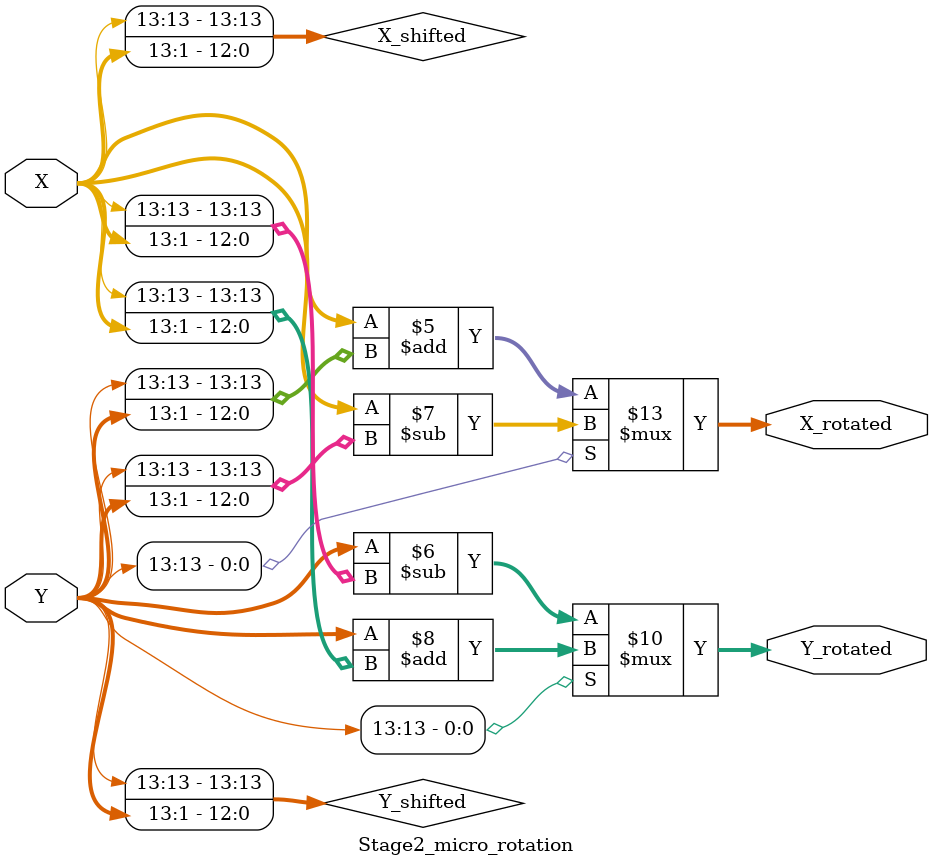
<source format=v>
`timescale 1ns / 1ps

module Stage2_micro_rotation(X, Y, X_rotated, Y_rotated);     
input [13:0] X, Y;
//input Y_signed;
output [13:0] X_rotated, Y_rotated;

// input
wire signed [13:0] X, Y;        // S1.12  (14bits)
//wire signed Y_signed;           // Y[13] = ¦P¤@­Ó stage Y ªº signed bit¡A¨M©w X¡BY ­n¥[©Î´î

// output
reg signed [13:0] X_rotated, Y_rotated;       // S1.12  (14bits)

reg signed [13:0] X_shifted, Y_shifted;

always@ (X or Y)
begin
    X_shifted = X >>> 1;          // ²Ä 2 ­Ó stage ¦V¥k¦ì²¾ 1 bits
    Y_shifted = Y >>> 1;
    
    if(Y[13] == 1'b0)
    begin
        X_rotated = X + Y_shifted;
        Y_rotated = Y - X_shifted;
    end
    
    else
    begin
        X_rotated = X - Y_shifted;
        Y_rotated = Y + X_shifted;
    end
end

endmodule

</source>
